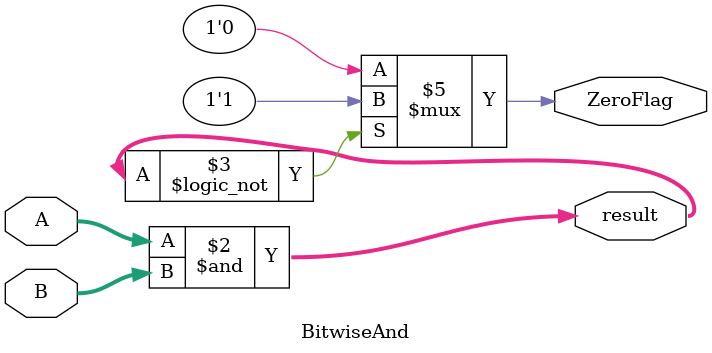
<source format=v>
module BitwiseAnd(A, B, result,ZeroFlag);  
input  [7:0] A;  
input  [7:0] B;  
output [7:0] result;  
output ZeroFlag;  
reg [7:0] result;
reg ZeroFlag; 
 
always @(A or B)
begin
 result = A & B;

if(result == 8'b00000000)
 ZeroFlag =1;
   else 
  ZeroFlag =0;

end
  endmodule 
</source>
